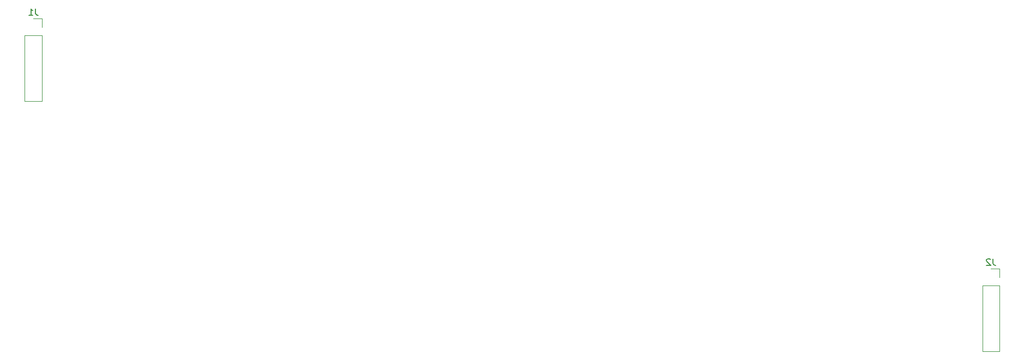
<source format=gbr>
%TF.GenerationSoftware,KiCad,Pcbnew,(6.0.9)*%
%TF.CreationDate,2023-03-10T17:43:12+02:00*%
%TF.ProjectId,RA_CA_2023_6,52415f43-415f-4323-9032-335f362e6b69,rev?*%
%TF.SameCoordinates,Original*%
%TF.FileFunction,Legend,Bot*%
%TF.FilePolarity,Positive*%
%FSLAX46Y46*%
G04 Gerber Fmt 4.6, Leading zero omitted, Abs format (unit mm)*
G04 Created by KiCad (PCBNEW (6.0.9)) date 2023-03-10 17:43:12*
%MOMM*%
%LPD*%
G01*
G04 APERTURE LIST*
%ADD10C,0.150000*%
%ADD11C,0.120000*%
G04 APERTURE END LIST*
D10*
%TO.C,J1*%
X48163333Y-69292380D02*
X48163333Y-70006666D01*
X48210952Y-70149523D01*
X48306190Y-70244761D01*
X48449047Y-70292380D01*
X48544285Y-70292380D01*
X47163333Y-70292380D02*
X47734761Y-70292380D01*
X47449047Y-70292380D02*
X47449047Y-69292380D01*
X47544285Y-69435238D01*
X47639523Y-69530476D01*
X47734761Y-69578095D01*
%TO.C,J2*%
X196853333Y-108217380D02*
X196853333Y-108931666D01*
X196900952Y-109074523D01*
X196996190Y-109169761D01*
X197139047Y-109217380D01*
X197234285Y-109217380D01*
X196424761Y-108312619D02*
X196377142Y-108265000D01*
X196281904Y-108217380D01*
X196043809Y-108217380D01*
X195948571Y-108265000D01*
X195900952Y-108312619D01*
X195853333Y-108407857D01*
X195853333Y-108503095D01*
X195900952Y-108645952D01*
X196472380Y-109217380D01*
X195853333Y-109217380D01*
D11*
%TO.C,J1*%
X49160000Y-70840000D02*
X47830000Y-70840000D01*
X49160000Y-73440000D02*
X49160000Y-83660000D01*
X49160000Y-72170000D02*
X49160000Y-70840000D01*
X49160000Y-73440000D02*
X46500000Y-73440000D01*
X49160000Y-83660000D02*
X46500000Y-83660000D01*
X46500000Y-73440000D02*
X46500000Y-83660000D01*
%TO.C,J2*%
X197850000Y-112365000D02*
X195190000Y-112365000D01*
X195190000Y-112365000D02*
X195190000Y-122585000D01*
X197850000Y-111095000D02*
X197850000Y-109765000D01*
X197850000Y-122585000D02*
X195190000Y-122585000D01*
X197850000Y-112365000D02*
X197850000Y-122585000D01*
X197850000Y-109765000D02*
X196520000Y-109765000D01*
%TD*%
M02*

</source>
